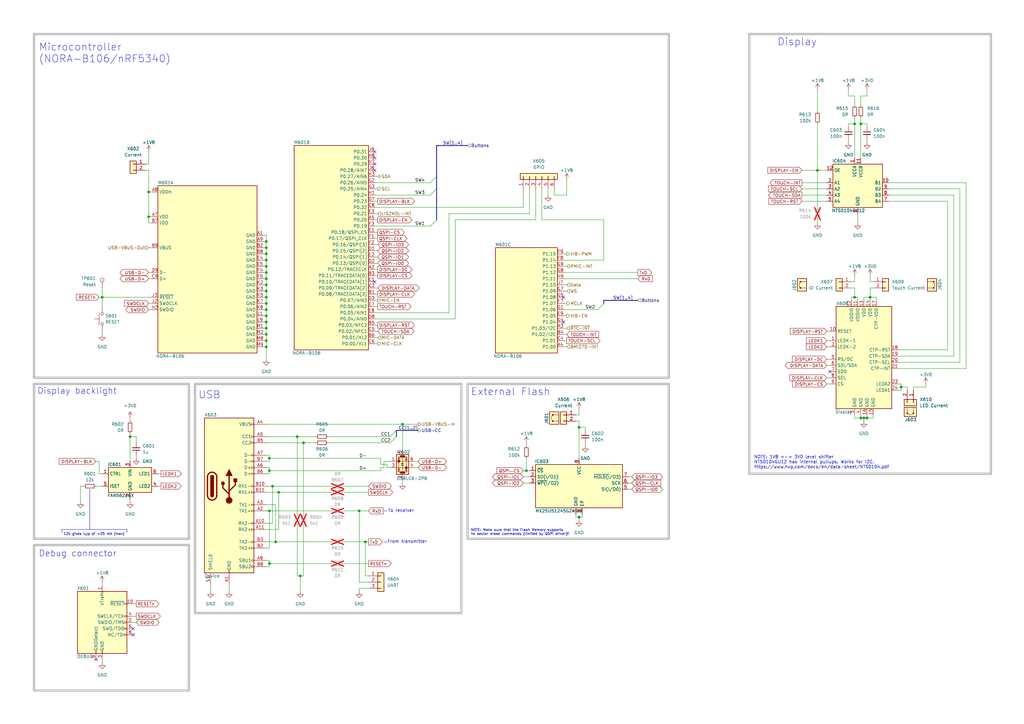
<source format=kicad_sch>
(kicad_sch (version 20250114) (generator "eeschema") (generator_version "9.0")
  (paper "A3")
  (title_block (title "MCU") (date "2025-07-13") (rev "${REVISION}") (company "${COMPANY}"))
  (text "From transmitter" (at 167.005 222.25 0) (effects (font (size 1.27 1.27))))
  (text "To receiver" (at 164.465 209.55 0) (effects (font (size 1.27 1.27))))
  (text "12k gives I_{LED} of <25 mA (max)" (at 26.035 219.71 0) (effects (font (size 1 1)) (justify left bottom)))
  (text "NOTE: Make sure that the Flash Memory supports\n4k sector erase commands (limited by QSPI driver)!" (at 193.04 219.71 0) (effects (font (size 1 1)) (justify left bottom)))
  (text "Display backlight" (at 15.24 161.925 0) (effects (font (size 2.5 2.5)) (justify left bottom)))
  (text "Display" (at 318.77 19.05 0) (effects (font (size 3 3)) (justify left bottom)))
  (text "Debug connector" (at 15.875 228.6 0) (effects (font (size 2.5 2.5)) (justify left bottom)))
  (text "USB" (at 81.28 163.83 0) (effects (font (size 3 3)) (justify left bottom)))
  (text "NOTE: 1V8 <-> 3V0 level shifter\nNTS0104GU12 has internal pullups. Works for I2C.\nhttps://www.nxp.com/docs/en/data-sheet/NTS0104.pdf" (at 309.245 192.405 0) (effects (font (size 1.27 1.27)) (justify left bottom)))
  (text "Microcontroller\n(NORA-B106/nRF5340)" (at 15.875 26.035 0) (effects (font (size 3 3)) (justify left bottom)))
  (text "External Flash" (at 193.04 162.56 0) (effects (font (size 3 3)) (justify left bottom)))
  (junction (at 109.22 124.46))
  (junction (at 109.22 109.22))
  (junction (at 124.46 181.61))
  (junction (at 109.22 101.6))
  (junction (at 109.22 132.08))
  (junction (at 110.49 187.96))
  (junction (at 109.22 116.84))
  (junction (at 215.9 193.04))
  (junction (at 109.22 114.3))
  (junction (at 109.22 139.7))
  (junction (at 147.32 209.55))
  (junction (at 350.52 121.92))
  (junction (at 109.22 111.76))
  (junction (at 53.34 179.07))
  (junction (at 113.03 222.25))
  (junction (at 109.22 142.24))
  (junction (at 353.06 50.8))
  (junction (at 111.76 199.39))
  (junction (at 109.22 106.68))
  (junction (at 109.22 119.38))
  (junction (at 121.92 179.07))
  (junction (at 109.22 129.54))
  (junction (at 109.22 99.06))
  (junction (at 109.22 121.92))
  (junction (at 149.86 222.25))
  (junction (at 165.1 173.99))
  (junction (at 350.52 50.8))
  (junction (at 123.19 236.22))
  (junction (at 109.22 137.16))
  (junction (at 41.91 121.92))
  (junction (at 369.57 158.75))
  (junction (at 354.33 171.45))
  (junction (at 110.49 231.14))
  (junction (at 355.6 171.45))
  (junction (at 60.96 78.74))
  (junction (at 109.22 134.62))
  (junction (at 335.28 69.85))
  (junction (at 237.49 175.26))
  (junction (at 353.06 171.45))
  (junction (at 110.49 209.55))
  (junction (at 109.22 127))
  (junction (at 109.22 104.14))
  (junction (at 60.96 88.9))
  (junction (at 356.87 121.92))
  (junction (at 110.49 193.04))
  (junction (at 237.49 212.09))
  (junction (at 114.3 201.93))
  (no_connect (at 340.36 152.4))
  (no_connect (at 153.67 115.57))
  (no_connect (at 153.67 67.31))
  (no_connect (at 153.67 69.85))
  (no_connect (at 153.67 62.23))
  (no_connect (at 54.61 260.35))
  (no_connect (at 231.14 121.92))
  (no_connect (at 153.67 64.77))
  (no_connect (at 39.37 270.51))
  (no_connect (at 231.14 132.08))
  (no_connect (at 54.61 257.81))
  (bus_entry (at 247.65 124.46) (size -2.54 2.54))
  (bus_entry (at 179.07 72.39) (size -2.54 2.54))
  (bus_entry (at 160.02 181.61) (size 2.54 -2.54))
  (bus_entry (at 179.07 90.17) (size -2.54 2.54))
  (bus_entry (at 160.02 179.07) (size 2.54 -2.54))
  (bus_entry (at 179.07 77.47) (size -2.54 2.54))
  (wire (pts (xy 354.33 171.45) (xy 354.33 172.72)))
  (wire (pts (xy 237.49 172.72) (xy 237.49 175.26)))
  (wire (pts (xy 41.91 199.39) (xy 39.37 199.39)))
  (wire (pts (xy 40.64 194.31) (xy 40.64 189.23)))
  (wire (pts (xy 339.09 147.32) (xy 340.36 147.32)))
  (wire (pts (xy 140.97 209.55) (xy 147.32 209.55)))
  (wire (pts (xy 55.88 179.07) (xy 55.88 181.61)))
  (wire (pts (xy 55.88 179.07) (xy 53.34 179.07)))
  (wire (pts (xy 110.49 232.41) (xy 109.22 232.41)))
  (wire (pts (xy 240.03 175.26) (xy 240.03 176.53)))
  (wire (pts (xy 55.88 186.69) (xy 55.88 187.96)))
  (wire (pts (xy 350.52 113.03) (xy 350.52 115.57)))
  (wire (pts (xy 186.69 90.17) (xy 186.69 130.81)))
  (wire (pts (xy 153.67 140.97) (xy 154.94 140.97)))
  (polyline (pts (xy 52.07 217.17) (xy 52.07 218.44)))
  (wire (pts (xy 109.22 222.25) (xy 113.03 222.25)))
  (wire (pts (xy 149.86 236.22) (xy 149.86 222.25)))
  (wire (pts (xy 353.06 48.26) (xy 353.06 50.8)))
  (wire (pts (xy 339.09 139.7) (xy 340.36 139.7)))
  (wire (pts (xy 109.22 142.24) (xy 109.22 147.32)))
  (polyline (pts (xy 274.32 13.97) (xy 13.97 13.97)) (stroke (width 1) (type solid) (color 194 194 194 1)))
  (wire (pts (xy 41.91 121.92) (xy 41.91 125.73)))
  (wire (pts (xy 391.16 80.01) (xy 391.16 146.05)))
  (wire (pts (xy 147.32 209.55) (xy 151.13 209.55)))
  (wire (pts (xy 240.03 181.61) (xy 240.03 182.88)))
  (wire (pts (xy 372.11 158.75) (xy 372.11 160.02)))
  (wire (pts (xy 109.22 99.06) (xy 109.22 101.6)))
  (wire (pts (xy 109.22 111.76) (xy 109.22 114.3)))
  (wire (pts (xy 60.96 62.23) (xy 60.96 67.31)))
  (wire (pts (xy 153.67 135.89) (xy 154.94 135.89)))
  (wire (pts (xy 121.92 179.07) (xy 121.92 210.82)))
  (wire (pts (xy 110.49 191.77) (xy 110.49 193.04)))
  (wire (pts (xy 353.06 171.45) (xy 354.33 171.45)))
  (polyline (pts (xy 274.32 154.94) (xy 13.97 154.94)) (stroke (width 1) (type solid) (color 194 194 194 1)))
  (bus (pts (xy 247.65 123.19) (xy 247.65 124.46)))
  (wire (pts (xy 153.67 113.03) (xy 154.94 113.03)))
  (wire (pts (xy 374.65 158.75) (xy 379.73 158.75)))
  (wire (pts (xy 53.34 171.45) (xy 53.34 172.72)))
  (wire (pts (xy 110.49 231.14) (xy 135.89 231.14)))
  (polyline (pts (xy 25.4 217.17) (xy 25.4 218.44)))
  (wire (pts (xy 109.22 127) (xy 109.22 129.54)))
  (wire (pts (xy 238.76 210.82) (xy 238.76 212.09)))
  (wire (pts (xy 247.65 106.68) (xy 247.65 90.17)))
  (wire (pts (xy 369.57 160.02) (xy 369.57 158.75)))
  (wire (pts (xy 140.97 231.14) (xy 151.13 231.14)))
  (wire (pts (xy 368.3 151.13) (xy 396.24 151.13)))
  (wire (pts (xy 231.14 119.38) (xy 232.41 119.38)))
  (wire (pts (xy 214.63 77.47) (xy 214.63 85.09)))
  (wire (pts (xy 350.52 170.18) (xy 350.52 171.45)))
  (wire (pts (xy 153.67 120.65) (xy 154.94 120.65)))
  (wire (pts (xy 109.22 209.55) (xy 110.49 209.55)))
  (wire (pts (xy 232.41 73.66) (xy 232.41 80.01)))
  (wire (pts (xy 231.14 137.16) (xy 232.41 137.16)))
  (wire (pts (xy 170.18 191.77) (xy 171.45 191.77)))
  (wire (pts (xy 328.93 82.55) (xy 339.09 82.55)))
  (wire (pts (xy 147.32 241.3) (xy 151.13 241.3)))
  (wire (pts (xy 153.67 100.33) (xy 154.94 100.33)))
  (wire (pts (xy 124.46 181.61) (xy 124.46 210.82)))
  (wire (pts (xy 153.67 82.55) (xy 154.94 82.55)))
  (wire (pts (xy 59.69 67.31) (xy 60.96 67.31)))
  (wire (pts (xy 111.76 214.63) (xy 111.76 199.39)))
  (wire (pts (xy 109.22 134.62) (xy 107.95 134.62)))
  (bus (pts (xy 179.07 72.39) (xy 179.07 77.47)))
  (polyline (pts (xy 38.1 217.17) (xy 25.4 217.17)))
  (wire (pts (xy 353.06 171.45) (xy 353.06 170.18)))
  (polyline (pts (xy 307.34 194.31) (xy 406.4 194.31)) (stroke (width 1) (type solid) (color 194 194 194 1)))
  (wire (pts (xy 153.67 80.01) (xy 176.53 80.01)))
  (polyline (pts (xy 36.83 200.66) (xy 36.83 207.01)))
  (wire (pts (xy 109.22 124.46) (xy 109.22 127)))
  (wire (pts (xy 109.22 173.99) (xy 165.1 173.99)))
  (wire (pts (xy 41.91 270.51) (xy 41.91 271.78)))
  (wire (pts (xy 109.22 137.16) (xy 109.22 139.7)))
  (polyline (pts (xy 274.32 157.48) (xy 274.32 220.98)) (stroke (width 1) (type solid) (color 194 194 194 1)))
  (wire (pts (xy 339.09 142.24) (xy 340.36 142.24)))
  (wire (pts (xy 151.13 236.22) (xy 149.86 236.22)))
  (polyline (pts (xy 406.4 194.31) (xy 406.4 13.97)) (stroke (width 1) (type solid) (color 194 194 194 1)))
  (wire (pts (xy 109.22 137.16) (xy 107.95 137.16)))
  (wire (pts (xy 217.17 77.47) (xy 217.17 87.63)))
  (wire (pts (xy 236.22 210.82) (xy 236.22 212.09)))
  (wire (pts (xy 39.37 189.23) (xy 40.64 189.23)))
  (wire (pts (xy 335.28 69.85) (xy 339.09 69.85)))
  (wire (pts (xy 135.89 201.93) (xy 114.3 201.93)))
  (wire (pts (xy 237.49 167.64) (xy 237.49 170.18)))
  (wire (pts (xy 165.1 196.85) (xy 165.1 198.12)))
  (wire (pts (xy 60.96 124.46) (xy 62.23 124.46)))
  (wire (pts (xy 335.28 69.85) (xy 335.28 85.09)))
  (wire (pts (xy 231.14 111.76) (xy 261.62 111.76)))
  (wire (pts (xy 214.63 198.12) (xy 217.17 198.12)))
  (wire (pts (xy 231.14 134.62) (xy 232.41 134.62)))
  (wire (pts (xy 186.69 130.81) (xy 153.67 130.81)))
  (polyline (pts (xy 191.77 157.48) (xy 191.77 220.98)) (stroke (width 1) (type solid) (color 194 194 194 1)))
  (wire (pts (xy 149.86 222.25) (xy 151.13 222.25)))
  (wire (pts (xy 237.49 175.26) (xy 240.03 175.26)))
  (wire (pts (xy 354.33 171.45) (xy 355.6 171.45)))
  (wire (pts (xy 109.22 217.17) (xy 114.3 217.17)))
  (wire (pts (xy 359.41 121.92) (xy 359.41 123.19)))
  (wire (pts (xy 53.34 204.47) (xy 53.34 205.74)))
  (wire (pts (xy 53.34 179.07) (xy 53.34 189.23)))
  (wire (pts (xy 356.87 113.03) (xy 356.87 115.57)))
  (polyline (pts (xy 80.01 157.48) (xy 189.23 157.48)) (stroke (width 1) (type solid) (color 194 194 194 1)))
  (wire (pts (xy 109.22 119.38) (xy 107.95 119.38)))
  (wire (pts (xy 217.17 87.63) (xy 184.15 87.63)))
  (wire (pts (xy 153.67 118.11) (xy 154.94 118.11)))
  (wire (pts (xy 237.49 212.09) (xy 238.76 212.09)))
  (wire (pts (xy 236.22 170.18) (xy 237.49 170.18)))
  (bus (pts (xy 191.77 59.69) (xy 179.07 59.69)))
  (wire (pts (xy 335.28 36.83) (xy 335.28 45.72)))
  (wire (pts (xy 350.52 118.11) (xy 350.52 121.92)))
  (wire (pts (xy 129.54 181.61) (xy 124.46 181.61)))
  (wire (pts (xy 60.96 111.76) (xy 62.23 111.76)))
  (wire (pts (xy 109.22 121.92) (xy 109.22 124.46)))
  (wire (pts (xy 109.22 127) (xy 107.95 127)))
  (wire (pts (xy 109.22 186.69) (xy 110.49 186.69)))
  (wire (pts (xy 219.71 90.17) (xy 186.69 90.17)))
  (polyline (pts (xy 38.1 217.17) (xy 52.07 217.17)))
  (wire (pts (xy 60.96 88.9) (xy 60.96 78.74)))
  (wire (pts (xy 54.61 247.65) (xy 55.88 247.65)))
  (wire (pts (xy 110.49 187.96) (xy 156.21 187.96)))
  (wire (pts (xy 231.14 129.54) (xy 232.41 129.54)))
  (polyline (pts (xy 77.47 157.48) (xy 77.47 220.98)) (stroke (width 1) (type solid) (color 194 194 194 1)))
  (wire (pts (xy 396.24 74.93) (xy 364.49 74.93)))
  (wire (pts (xy 231.14 114.3) (xy 261.62 114.3)))
  (polyline (pts (xy 307.34 13.97) (xy 307.34 194.31)) (stroke (width 1) (type solid) (color 194 194 194 1)))
  (polyline (pts (xy 274.32 13.97) (xy 274.32 154.94)) (stroke (width 1) (type solid) (color 194 194 194 1)))
  (wire (pts (xy 109.22 111.76) (xy 107.95 111.76)))
  (wire (pts (xy 153.67 90.17) (xy 154.94 90.17)))
  (wire (pts (xy 135.89 199.39) (xy 111.76 199.39)))
  (wire (pts (xy 328.93 69.85) (xy 335.28 69.85)))
  (wire (pts (xy 109.22 116.84) (xy 109.22 119.38)))
  (wire (pts (xy 350.52 171.45) (xy 353.06 171.45)))
  (wire (pts (xy 109.22 229.87) (xy 110.49 229.87)))
  (wire (pts (xy 109.22 191.77) (xy 110.49 191.77)))
  (wire (pts (xy 109.22 116.84) (xy 107.95 116.84)))
  (bus (pts (xy 162.56 179.07) (xy 162.56 176.53)))
  (polyline (pts (xy 274.32 157.48) (xy 191.77 157.48)) (stroke (width 1) (type solid) (color 194 194 194 1)))
  (wire (pts (xy 60.96 101.6) (xy 62.23 101.6)))
  (wire (pts (xy 393.7 77.47) (xy 393.7 148.59)))
  (wire (pts (xy 124.46 236.22) (xy 124.46 215.9)))
  (wire (pts (xy 358.14 115.57) (xy 356.87 115.57)))
  (wire (pts (xy 129.54 179.07) (xy 121.92 179.07)))
  (wire (pts (xy 153.67 97.79) (xy 154.94 97.79)))
  (wire (pts (xy 60.96 91.44) (xy 60.96 88.9)))
  (wire (pts (xy 350.52 50.8) (xy 350.52 64.77)))
  (wire (pts (xy 231.14 116.84) (xy 232.41 116.84)))
  (wire (pts (xy 147.32 241.3) (xy 147.32 242.57)))
  (wire (pts (xy 110.49 193.04) (xy 110.49 194.31)))
  (wire (pts (xy 231.14 106.68) (xy 247.65 106.68)))
  (wire (pts (xy 158.75 191.77) (xy 160.02 191.77)))
  (wire (pts (xy 237.49 175.26) (xy 237.49 187.96)))
  (polyline (pts (xy 157.48 209.55) (xy 158.75 209.55)))
  (wire (pts (xy 109.22 96.52) (xy 109.22 99.06)))
  (wire (pts (xy 156.21 187.96) (xy 156.21 190.5)))
  (wire (pts (xy 153.67 74.93) (xy 176.53 74.93)))
  (polyline (pts (xy 274.32 220.98) (xy 191.77 220.98)) (stroke (width 1) (type solid) (color 194 194 194 1)))
  (wire (pts (xy 157.48 191.77) (xy 157.48 189.23)))
  (polyline (pts (xy 13.97 223.52) (xy 77.47 223.52)) (stroke (width 1) (type solid) (color 194 194 194 1)))
  (wire (pts (xy 111.76 199.39) (xy 109.22 199.39)))
  (wire (pts (xy 151.13 238.76) (xy 147.32 238.76)))
  (wire (pts (xy 153.67 87.63) (xy 154.94 87.63)))
  (wire (pts (xy 41.91 238.76) (xy 41.91 240.03)))
  (wire (pts (xy 110.49 193.04) (xy 156.21 193.04)))
  (wire (pts (xy 109.22 194.31) (xy 110.49 194.31)))
  (wire (pts (xy 396.24 74.93) (xy 396.24 151.13)))
  (wire (pts (xy 109.22 104.14) (xy 107.95 104.14)))
  (polyline (pts (xy 189.23 157.48) (xy 189.23 251.46)) (stroke (width 1) (type solid) (color 194 194 194 1)))
  (wire (pts (xy 351.79 121.92) (xy 350.52 121.92)))
  (wire (pts (xy 109.22 119.38) (xy 109.22 121.92)))
  (wire (pts (xy 54.61 255.27) (xy 55.88 255.27)))
  (wire (pts (xy 355.6 171.45) (xy 358.14 171.45)))
  (wire (pts (xy 170.18 189.23) (xy 171.45 189.23)))
  (wire (pts (xy 109.22 96.52) (xy 107.95 96.52)))
  (wire (pts (xy 40.64 121.92) (xy 41.91 121.92)))
  (wire (pts (xy 110.49 231.14) (xy 110.49 232.41)))
  (polyline (pts (xy 77.47 157.48) (xy 13.97 157.48)) (stroke (width 1) (type solid) (color 194 194 194 1)))
  (wire (pts (xy 335.28 50.8) (xy 335.28 69.85)))
  (wire (pts (xy 215.9 193.04) (xy 217.17 193.04)))
  (wire (pts (xy 109.22 99.06) (xy 107.95 99.06)))
  (wire (pts (xy 109.22 129.54) (xy 109.22 132.08)))
  (wire (pts (xy 109.22 134.62) (xy 109.22 137.16)))
  (wire (pts (xy 110.49 229.87) (xy 110.49 231.14)))
  (wire (pts (xy 214.63 193.04) (xy 215.9 193.04)))
  (wire (pts (xy 369.57 158.75) (xy 369.57 157.48)))
  (wire (pts (xy 109.22 132.08) (xy 107.95 132.08)))
  (wire (pts (xy 64.77 199.39) (xy 66.04 199.39)))
  (wire (pts (xy 140.97 199.39) (xy 151.13 199.39)))
  (wire (pts (xy 350.52 121.92) (xy 349.25 121.92)))
  (wire (pts (xy 124.46 181.61) (xy 109.22 181.61)))
  (wire (pts (xy 388.62 82.55) (xy 388.62 143.51)))
  (wire (pts (xy 153.67 123.19) (xy 154.94 123.19)))
  (polyline (pts (xy 406.4 13.97) (xy 307.34 13.97)) (stroke (width 1) (type solid) (color 194 194 194 1)))
  (wire (pts (xy 214.63 195.58) (xy 217.17 195.58)))
  (wire (pts (xy 109.22 142.24) (xy 107.95 142.24)))
  (wire (pts (xy 231.14 127) (xy 245.11 127)))
  (wire (pts (xy 59.69 69.85) (xy 60.96 69.85)))
  (bus (pts (xy 179.07 59.69) (xy 179.07 72.39)))
  (wire (pts (xy 328.93 77.47) (xy 339.09 77.47)))
  (wire (pts (xy 328.93 74.93) (xy 339.09 74.93)))
  (wire (pts (xy 351.79 87.63) (xy 351.79 91.44)))
  (wire (pts (xy 219.71 77.47) (xy 219.71 90.17)))
  (wire (pts (xy 109.22 207.01) (xy 113.03 207.01)))
  (wire (pts (xy 54.61 252.73) (xy 55.88 252.73)))
  (wire (pts (xy 328.93 80.01) (xy 339.09 80.01)))
  (wire (pts (xy 165.1 173.99) (xy 165.1 184.15)))
  (wire (pts (xy 347.98 52.07) (xy 347.98 50.8)))
  (wire (pts (xy 109.22 114.3) (xy 109.22 116.84)))
  (wire (pts (xy 339.09 135.89) (xy 340.36 135.89)))
  (wire (pts (xy 351.79 121.92) (xy 351.79 123.19)))
  (wire (pts (xy 231.14 124.46) (xy 232.41 124.46)))
  (polyline (pts (xy 77.47 220.98) (xy 13.97 220.98)) (stroke (width 1) (type solid) (color 194 194 194 1)))
  (wire (pts (xy 350.52 39.37) (xy 350.52 43.18)))
  (wire (pts (xy 350.52 48.26) (xy 350.52 50.8)))
  (wire (pts (xy 231.14 142.24) (xy 232.41 142.24)))
  (wire (pts (xy 374.65 160.02) (xy 374.65 158.75)))
  (wire (pts (xy 153.67 102.87) (xy 154.94 102.87)))
  (wire (pts (xy 109.22 139.7) (xy 107.95 139.7)))
  (wire (pts (xy 356.87 121.92) (xy 359.41 121.92)))
  (wire (pts (xy 124.46 236.22) (xy 123.19 236.22)))
  (wire (pts (xy 109.22 109.22) (xy 109.22 111.76)))
  (wire (pts (xy 34.29 199.39) (xy 33.02 199.39)))
  (wire (pts (xy 123.19 236.22) (xy 123.19 242.57)))
  (wire (pts (xy 355.6 36.83) (xy 355.6 39.37)))
  (wire (pts (xy 184.15 87.63) (xy 184.15 128.27)))
  (wire (pts (xy 41.91 121.92) (xy 62.23 121.92)))
  (wire (pts (xy 224.79 77.47) (xy 224.79 80.01)))
  (wire (pts (xy 121.92 179.07) (xy 109.22 179.07)))
  (wire (pts (xy 114.3 201.93) (xy 114.3 217.17)))
  (wire (pts (xy 113.03 222.25) (xy 135.89 222.25)))
  (wire (pts (xy 134.62 181.61) (xy 160.02 181.61)))
  (bus (pts (xy 162.56 176.53) (xy 171.45 176.53)))
  (wire (pts (xy 355.6 52.07) (xy 355.6 50.8)))
  (wire (pts (xy 379.73 158.75) (xy 379.73 157.48)))
  (wire (pts (xy 33.02 199.39) (xy 33.02 205.74)))
  (polyline (pts (xy 13.97 157.48) (xy 13.97 220.98)) (stroke (width 1) (type solid) (color 194 194 194 1)))
  (wire (pts (xy 109.22 214.63) (xy 111.76 214.63)))
  (wire (pts (xy 109.22 139.7) (xy 109.22 142.24)))
  (wire (pts (xy 364.49 82.55) (xy 388.62 82.55)))
  (wire (pts (xy 140.97 222.25) (xy 149.86 222.25)))
  (wire (pts (xy 153.67 95.25) (xy 154.94 95.25)))
  (bus (pts (xy 179.07 77.47) (xy 179.07 90.17)))
  (wire (pts (xy 339.09 154.94) (xy 340.36 154.94)))
  (wire (pts (xy 153.67 105.41) (xy 154.94 105.41)))
  (wire (pts (xy 41.91 194.31) (xy 40.64 194.31)))
  (polyline (pts (xy 80.01 251.46) (xy 189.23 251.46)) (stroke (width 1) (type solid) (color 194 194 194 1)))
  (wire (pts (xy 109.22 121.92) (xy 107.95 121.92)))
  (wire (pts (xy 109.22 106.68) (xy 107.95 106.68)))
  (wire (pts (xy 134.62 179.07) (xy 160.02 179.07)))
  (wire (pts (xy 109.22 132.08) (xy 109.22 134.62)))
  (wire (pts (xy 354.33 121.92) (xy 356.87 121.92)))
  (wire (pts (xy 109.22 101.6) (xy 109.22 104.14)))
  (polyline (pts (xy 13.97 13.97) (xy 13.97 154.94)) (stroke (width 1) (type solid) (color 194 194 194 1)))
  (wire (pts (xy 153.67 77.47) (xy 154.94 77.47)))
  (wire (pts (xy 60.96 114.3) (xy 62.23 114.3)))
  (wire (pts (xy 113.03 207.01) (xy 113.03 222.25)))
  (wire (pts (xy 368.3 157.48) (xy 369.57 157.48)))
  (wire (pts (xy 153.67 107.95) (xy 154.94 107.95)))
  (wire (pts (xy 60.96 69.85) (xy 60.96 78.74)))
  (wire (pts (xy 93.98 240.03) (xy 93.98 242.57)))
  (wire (pts (xy 247.65 90.17) (xy 222.25 90.17)))
  (wire (pts (xy 86.36 240.03) (xy 86.36 242.57)))
  (wire (pts (xy 231.14 109.22) (xy 232.41 109.22)))
  (wire (pts (xy 358.14 171.45) (xy 358.14 170.18)))
  (wire (pts (xy 347.98 57.15) (xy 347.98 58.42)))
  (wire (pts (xy 153.67 125.73) (xy 154.94 125.73)))
  (wire (pts (xy 368.3 146.05) (xy 391.16 146.05)))
  (wire (pts (xy 156.21 191.77) (xy 156.21 193.04)))
  (wire (pts (xy 110.49 224.79) (xy 110.49 209.55)))
  (wire (pts (xy 347.98 50.8) (xy 350.52 50.8)))
  (wire (pts (xy 109.22 106.68) (xy 109.22 109.22)))
  (wire (pts (xy 109.22 129.54) (xy 107.95 129.54)))
  (wire (pts (xy 109.22 114.3) (xy 107.95 114.3)))
  (wire (pts (xy 237.49 212.09) (xy 237.49 213.36)))
  (wire (pts (xy 140.97 201.93) (xy 151.13 201.93)))
  (bus (pts (xy 261.62 123.19) (xy 247.65 123.19)))
  (polyline (pts (xy 13.97 283.21) (xy 77.47 283.21)) (stroke (width 1) (type solid) (color 194 194 194 1)))
  (wire (pts (xy 147.32 238.76) (xy 147.32 209.55)))
  (wire (pts (xy 41.91 118.11) (xy 41.91 121.92)))
  (wire (pts (xy 257.81 198.12) (xy 259.08 198.12)))
  (wire (pts (xy 349.25 115.57) (xy 350.52 115.57)))
  (wire (pts (xy 356.87 118.11) (xy 356.87 121.92)))
  (wire (pts (xy 156.21 190.5) (xy 158.75 190.5)))
  (wire (pts (xy 358.14 118.11) (xy 356.87 118.11)))
  (polyline (pts (xy 77.47 223.52) (xy 77.47 283.21)) (stroke (width 1) (type solid) (color 194 194 194 1)))
  (wire (pts (xy 110.49 186.69) (xy 110.49 187.96)))
  (wire (pts (xy 231.14 104.14) (xy 232.41 104.14)))
  (wire (pts (xy 215.9 187.96) (xy 215.9 193.04)))
  (wire (pts (xy 364.49 80.01) (xy 391.16 80.01)))
  (wire (pts (xy 227.33 80.01) (xy 227.33 77.47)))
  (wire (pts (xy 232.41 80.01) (xy 227.33 80.01)))
  (polyline (pts (xy 36.83 207.01) (xy 36.83 217.17)))
  (wire (pts (xy 257.81 195.58) (xy 259.08 195.58)))
  (wire (pts (xy 364.49 77.47) (xy 393.7 77.47)))
  (wire (pts (xy 165.1 173.99) (xy 171.45 173.99)))
  (wire (pts (xy 153.67 72.39) (xy 154.94 72.39)))
  (wire (pts (xy 110.49 209.55) (xy 135.89 209.55)))
  (wire (pts (xy 347.98 36.83) (xy 347.98 39.37)))
  (polyline (pts (xy 13.97 223.52) (xy 13.97 283.21)) (stroke (width 1) (type solid) (color 194 194 194 1)))
  (wire (pts (xy 60.96 78.74) (xy 62.23 78.74)))
  (wire (pts (xy 153.67 85.09) (xy 214.63 85.09)))
  (wire (pts (xy 339.09 149.86) (xy 340.36 149.86)))
  (wire (pts (xy 368.3 143.51) (xy 388.62 143.51)))
  (wire (pts (xy 231.14 139.7) (xy 232.41 139.7)))
  (wire (pts (xy 353.06 43.18) (xy 353.06 39.37)))
  (wire (pts (xy 64.77 194.31) (xy 66.04 194.31)))
  (wire (pts (xy 114.3 201.93) (xy 109.22 201.93)))
  (wire (pts (xy 355.6 50.8) (xy 353.06 50.8)))
  (wire (pts (xy 121.92 215.9) (xy 121.92 236.22)))
  (wire (pts (xy 109.22 189.23) (xy 110.49 189.23)))
  (wire (pts (xy 109.22 124.46) (xy 107.95 124.46)))
  (wire (pts (xy 356.87 121.92) (xy 356.87 123.19)))
  (wire (pts (xy 353.06 50.8) (xy 353.06 64.77)))
  (polyline (pts (xy 80.01 157.48) (xy 80.01 251.46)) (stroke (width 1) (type solid) (color 194 194 194 1)))
  (wire (pts (xy 355.6 171.45) (xy 355.6 170.18)))
  (wire (pts (xy 60.96 127) (xy 62.23 127)))
  (wire (pts (xy 257.81 200.66) (xy 259.08 200.66)))
  (wire (pts (xy 158.75 190.5) (xy 158.75 191.77)))
  (wire (pts (xy 354.33 123.19) (xy 354.33 121.92)))
  (wire (pts (xy 153.67 138.43) (xy 154.94 138.43)))
  (wire (pts (xy 369.57 158.75) (xy 372.11 158.75)))
  (wire (pts (xy 153.67 92.71) (xy 176.53 92.71)))
  (wire (pts (xy 60.96 88.9) (xy 62.23 88.9)))
  (wire (pts (xy 153.67 133.35) (xy 154.94 133.35)))
  (wire (pts (xy 110.49 187.96) (xy 110.49 189.23)))
  (wire (pts (xy 339.09 157.48) (xy 340.36 157.48)))
  (wire (pts (xy 335.28 90.17) (xy 335.28 91.44)))
  (wire (pts (xy 62.23 91.44) (xy 60.96 91.44)))
  (wire (pts (xy 153.67 110.49) (xy 154.94 110.49)))
  (wire (pts (xy 215.9 181.61) (xy 215.9 182.88)))
  (wire (pts (xy 109.22 109.22) (xy 107.95 109.22)))
  (wire (pts (xy 368.3 160.02) (xy 369.57 160.02)))
  (wire (pts (xy 236.22 212.09) (xy 237.49 212.09)))
  (wire (pts (xy 41.91 135.89) (xy 41.91 137.16)))
  (wire (pts (xy 156.21 191.77) (xy 157.48 191.77)))
  (wire (pts (xy 157.48 189.23) (xy 160.02 189.23)))
  (wire (pts (xy 153.67 128.27) (xy 184.15 128.27)))
  (wire (pts (xy 353.06 39.37) (xy 355.6 39.37)))
  (wire (pts (xy 222.25 77.47) (xy 222.25 90.17)))
  (polyline (pts (xy 157.48 222.25) (xy 158.75 222.25)))
  (wire (pts (xy 347.98 39.37) (xy 350.52 39.37)))
  (wire (pts (xy 236.22 172.72) (xy 237.49 172.72)))
  (wire (pts (xy 109.22 224.79) (xy 110.49 224.79)))
  (wire (pts (xy 349.25 118.11) (xy 350.52 118.11)))
  (wire (pts (xy 109.22 101.6) (xy 107.95 101.6)))
  (wire (pts (xy 53.34 177.8) (xy 53.34 179.07)))
  (wire (pts (xy 355.6 57.15) (xy 355.6 58.42)))
  (wire (pts (xy 393.7 148.59) (xy 368.3 148.59)))
  (wire (pts (xy 349.25 121.92) (xy 349.25 123.19)))
  (wire (pts (xy 121.92 236.22) (xy 123.19 236.22)))
  (wire (pts (xy 109.22 104.14) (xy 109.22 106.68)))
  (label "CC[1..2]" (at 171.45 176.53 180))
  (label "SW1" (at 170.18 92.71 0))
  (label "CC2" (at 156.21 181.61 0))
  (label "SW4" (at 170.18 74.93 0))
  (label "SW2" (at 240.03 127 0))
  (label "SW[1..4]" (at 251.46 123.19 0))
  (label "SW3" (at 170.18 80.01 0))
  (label "D-" (at 147.32 187.96 0))
  (label "CC1" (at 156.21 179.07 0))
  (label "SW[1..4]" (at 181.61 59.69 0))
  (label "D+" (at 147.32 193.04 0))
  (global_label "QSPI-CLK" (shape output) (at 154.94 97.79 0) (property "Intersheetrefs" "${INTERSHEET_REFS}" (effects (hide yes))))
  (global_label "DISPLAY-RST" (shape output) (at 154.94 133.35 0) (property "Intersheetrefs" "${INTERSHEET_REFS}" (effects (hide yes))))
  (global_label "SWDCLK" (shape output) (at 151.13 201.93 0) (property "Intersheetrefs" "${INTERSHEET_REFS}" (effects (hide yes))))
  (global_label "SWDCLK" (shape input) (at 60.96 124.46 180) (property "Intersheetrefs" "${INTERSHEET_REFS}" (effects (hide yes))))
  (global_label "USB-D+" (shape bidirectional) (at 171.45 189.23 0) (property "Intersheetrefs" "${INTERSHEET_REFS}" (effects (hide yes))))
  (global_label "TxD" (shape output) (at 151.13 222.25 0) (property "Intersheetrefs" "${INTERSHEET_REFS}" (effects (hide yes))))
  (global_label "QSPI-CS" (shape output) (at 154.94 95.25 0) (property "Intersheetrefs" "${INTERSHEET_REFS}" (effects (hide yes))))
  (global_label "QSPI-IO0" (shape bidirectional) (at 259.08 200.66 0) (property "Intersheetrefs" "${INTERSHEET_REFS}" (effects (hide yes))))
  (global_label "TOUCH-SDA" (shape bidirectional) (at 154.94 135.89 0) (property "Intersheetrefs" "${INTERSHEET_REFS}" (effects (hide yes))))
  (global_label "LEDK2" (shape output) (at 66.04 199.39 0) (property "Intersheetrefs" "${INTERSHEET_REFS}" (effects (hide yes))))
  (global_label "TOUCH-RST" (shape output) (at 154.94 125.73 0) (property "Intersheetrefs" "${INTERSHEET_REFS}" (effects (hide yes))))
  (global_label "SWDIO" (shape bidirectional) (at 151.13 199.39 0) (property "Intersheetrefs" "${INTERSHEET_REFS}" (effects (hide yes))))
  (global_label "RESETn" (shape input) (at 40.64 121.92 180) (property "Intersheetrefs" "${INTERSHEET_REFS}" (effects (hide yes))))
  (global_label "SWDIO" (shape bidirectional) (at 55.88 255.27 0) (property "Intersheetrefs" "${INTERSHEET_REFS}" (effects (hide yes))))
  (global_label "LEDK1" (shape output) (at 66.04 194.31 0) (property "Intersheetrefs" "${INTERSHEET_REFS}" (effects (hide yes))))
  (global_label "SWDIO" (shape bidirectional) (at 60.96 127 180) (property "Intersheetrefs" "${INTERSHEET_REFS}" (effects (hide yes))))
  (global_label "QSPI-IO0" (shape bidirectional) (at 154.94 107.95 0) (property "Intersheetrefs" "${INTERSHEET_REFS}" (effects (hide yes))))
  (global_label "QSPI-IO3" (shape bidirectional) (at 154.94 100.33 0) (property "Intersheetrefs" "${INTERSHEET_REFS}" (effects (hide yes))))
  (global_label "QSPI-IO1" (shape bidirectional) (at 214.63 195.58 180) (property "Intersheetrefs" "${INTERSHEET_REFS}" (effects (hide yes))))
  (global_label "QSPI-IO1" (shape bidirectional) (at 154.94 105.41 0) (property "Intersheetrefs" "${INTERSHEET_REFS}" (effects (hide yes))))
  (global_label "DISPLAY-BLK" (shape input) (at 39.37 189.23 180) (property "Intersheetrefs" "${INTERSHEET_REFS}" (effects (hide yes))))
  (global_label "DISPLAY-CLK" (shape input) (at 339.09 154.94 180) (property "Intersheetrefs" "${INTERSHEET_REFS}" (effects (hide yes))))
  (global_label "DISPLAY-DATA" (shape bidirectional) (at 339.09 149.86 180) (property "Intersheetrefs" "${INTERSHEET_REFS}" (effects (hide yes))))
  (global_label "TOUCH-INT" (shape output) (at 328.93 74.93 180) (property "Intersheetrefs" "${INTERSHEET_REFS}" (effects (hide yes))))
  (global_label "QSPI-CLK" (shape input) (at 259.08 198.12 0) (property "Intersheetrefs" "${INTERSHEET_REFS}" (effects (hide yes))))
  (global_label "DISPLAY-DATA" (shape bidirectional) (at 154.94 118.11 0) (property "Intersheetrefs" "${INTERSHEET_REFS}" (effects (hide yes))))
  (global_label "DISPLAY-DC" (shape output) (at 154.94 110.49 0) (property "Intersheetrefs" "${INTERSHEET_REFS}" (effects (hide yes))))
  (global_label "TOUCH-INT" (shape input) (at 232.41 137.16 0) (property "Intersheetrefs" "${INTERSHEET_REFS}" (effects (hide yes))))
  (global_label "TOUCH-SCL" (shape output) (at 232.41 139.7 0) (property "Intersheetrefs" "${INTERSHEET_REFS}" (effects (hide yes))))
  (global_label "QSPI-IO3" (shape bidirectional) (at 259.08 195.58 0) (property "Intersheetrefs" "${INTERSHEET_REFS}" (effects (hide yes))))
  (global_label "TOUCH-RST" (shape input) (at 328.93 82.55 180) (property "Intersheetrefs" "${INTERSHEET_REFS}" (effects (hide yes))))
  (global_label "QSPI-IO2" (shape bidirectional) (at 154.94 102.87 0) (property "Intersheetrefs" "${INTERSHEET_REFS}" (effects (hide yes))))
  (global_label "LEDK2" (shape input) (at 339.09 142.24 180) (property "Intersheetrefs" "${INTERSHEET_REFS}" (effects (hide yes))))
  (global_label "DISPLAY-BLK" (shape output) (at 154.94 82.55 0) (property "Intersheetrefs" "${INTERSHEET_REFS}" (effects (hide yes))))
  (global_label "RxD" (shape input) (at 261.62 114.3 0) (property "Intersheetrefs" "${INTERSHEET_REFS}" (effects (hide yes))))
  (global_label "DISPLAY-CLK" (shape output) (at 154.94 120.65 0) (property "Intersheetrefs" "${INTERSHEET_REFS}" (effects (hide yes))))
  (global_label "RESETn" (shape output) (at 151.13 231.14 0) (property "Intersheetrefs" "${INTERSHEET_REFS}" (effects (hide yes))))
  (global_label "USB-D-" (shape bidirectional) (at 60.96 111.76 180) (property "Intersheetrefs" "${INTERSHEET_REFS}" (effects (hide yes))))
  (global_label "USB-D+" (shape bidirectional) (at 60.96 114.3 180) (property "Intersheetrefs" "${INTERSHEET_REFS}" (effects (hide yes))))
  (global_label "TOUCH-SCL" (shape input) (at 328.93 77.47 180) (property "Intersheetrefs" "${INTERSHEET_REFS}" (effects (hide yes))))
  (global_label "TOUCH-SDA" (shape output) (at 328.93 80.01 180) (property "Intersheetrefs" "${INTERSHEET_REFS}" (effects (hide yes))))
  (global_label "DISPLAY-CS" (shape input) (at 339.09 157.48 180) (property "Intersheetrefs" "${INTERSHEET_REFS}" (effects (hide yes))))
  (global_label "QSPI-IO2" (shape bidirectional) (at 214.63 198.12 180) (property "Intersheetrefs" "${INTERSHEET_REFS}" (effects (hide yes))))
  (global_label "LEDK1" (shape input) (at 339.09 139.7 180) (property "Intersheetrefs" "${INTERSHEET_REFS}" (effects (hide yes))))
  (global_label "SWDCLK" (shape output) (at 55.88 252.73 0) (property "Intersheetrefs" "${INTERSHEET_REFS}" (effects (hide yes))))
  (global_label "QSPI-CS" (shape input) (at 214.63 193.04 180) (property "Intersheetrefs" "${INTERSHEET_REFS}" (effects (hide yes))))
  (global_label "USB-D-" (shape bidirectional) (at 171.45 191.77 0) (property "Intersheetrefs" "${INTERSHEET_REFS}" (effects (hide yes))))
  (global_label "DISPLAY-CS" (shape output) (at 154.94 113.03 0) (property "Intersheetrefs" "${INTERSHEET_REFS}" (effects (hide yes))))
  (global_label "DISPLAY-DC" (shape input) (at 339.09 147.32 180) (property "Intersheetrefs" "${INTERSHEET_REFS}" (effects (hide yes))))
  (global_label "RxD" (shape input) (at 151.13 209.55 0) (property "Intersheetrefs" "${INTERSHEET_REFS}" (effects (hide yes))))
  (global_label "TxD" (shape output) (at 261.62 111.76 0) (property "Intersheetrefs" "${INTERSHEET_REFS}" (effects (hide yes))))
  (global_label "DISPLAY-EN" (shape output) (at 154.94 90.17 0) (property "Intersheetrefs" "${INTERSHEET_REFS}" (effects (hide yes))))
  (global_label "RESETn" (shape output) (at 55.88 247.65 0) (property "Intersheetrefs" "${INTERSHEET_REFS}" (effects (hide yes))))
  (global_label "DISPLAY-RST" (shape input) (at 339.09 135.89 180) (property "Intersheetrefs" "${INTERSHEET_REFS}" (effects (hide yes))))
  (global_label "DISPLAY-EN" (shape input) (at 328.93 69.85 180) (property "Intersheetrefs" "${INTERSHEET_REFS}" (effects (hide yes))))
  (hierarchical_label "PMIC-INT" (shape input) (at 232.41 109.22 0))
  (hierarchical_label "Buttons" (shape input) (at 191.77 59.69 0))
  (hierarchical_label "USB-CC" (shape output) (at 171.45 176.53 0))
  (hierarchical_label "Buttons" (shape input) (at 261.62 123.19 0))
  (hierarchical_label "MIC-DATA" (shape input) (at 154.94 138.43 0))
  (hierarchical_label "USB-VBUS-In" (shape output) (at 171.45 173.99 0))
  (hierarchical_label "Data" (shape input) (at 232.41 116.84 0))
  (hierarchical_label "MIC-EN" (shape output) (at 154.94 123.19 0))
  (hierarchical_label "WS" (shape input) (at 232.41 119.38 0))
  (hierarchical_label "~{RTC-INT}" (shape input) (at 232.41 134.62 0))
  (hierarchical_label "USB-VBUS-Out" (shape input) (at 60.96 101.6 180))
  (hierarchical_label "SCL" (shape output) (at 154.94 77.47 0))
  (hierarchical_label "MCLK" (shape output) (at 232.41 124.46 0))
  (hierarchical_label "BMI270-INT" (shape input) (at 232.41 142.24 0))
  (hierarchical_label "MIC-CLK" (shape output) (at 154.94 140.97 0))
  (hierarchical_label "SDA" (shape bidirectional) (at 154.94 72.39 0))
  (hierarchical_label "LIS2MDL-INT" (shape input) (at 154.94 87.63 0))
  (hierarchical_label "VIB-EN" (shape output) (at 232.41 129.54 0))
  (hierarchical_label "VIB-PWM" (shape output) (at 232.41 104.14 0))
  (symbol (lib_id "power:GND") (at 55.88 187.96 0) (unit 1)
    (property "Reference" "#PWR0607" (effects (hide yes)))
    (property "Value" "GND" (at 58.42 189.23 0) (effects (justify left)))
    (property "Description" "Power symbol creates a global label with name \"GND\" , ground" (effects (hide yes)))
  )
  (symbol (lib_id "Connector:Conn_ARM_JTAG_SWD_10") (at 41.91 255.27 0) (unit 1)
    (property "Reference" "X601" (at 36.576 241.3 0) (effects (justify right)))
    (property "Value" "DEBUG" (at 38.1 269.24 0) (effects (justify right)))
    (property "Footprint" "Samtec:SHF-105-01-L-D-SM-TR" (effects (hide yes)))
    (property "Datasheet" "http://infocenter.arm.com/help/topic/com.arm.doc.ddi0314h/DDI0314H_coresight_components_trm.pdf" (effects (hide yes)))
    (property "Description" "Cortex Debug Connector, standard ARM Cortex-M SWD and JTAG interface" (effects (hide yes)))
    (property "manf" "Wurth Elektronik" (effects (hide yes)))
    (property "manf#" "623310235521" (effects (hide yes)))
    (property "mouser#" "710-623310235521" (effects (hide yes)))
  )
  (symbol (lib_id "Connector_Generic:Conn_01x02") (at 54.61 67.31 0) (mirror y) (unit 1)
    (property "Reference" "X602" (at 54.61 60.96 0))
    (property "Value" "Current" (at 54.61 63.5 0))
    (property "Footprint" "Connector_PinHeader_2.54mm:PinHeader_1x02_P2.54mm_Vertical" (effects (hide yes)))
    (property "Datasheet" "https://cdn.amphenol-cs.com/media/wysiwyg/files/documentation/datasheet/boardwiretoboard/bwb_econostik_254headers.pdf" (effects (hide yes)))
    (property "Description" "Generic connector, single row, 01x02, script generated (kicad-library-utils/schlib/autogen/connector/)" (effects (hide yes)))
    (property "manf" "Amphenol FCI" (effects (hide yes)))
    (property "manf#" "77311-818-02LF" (effects (hide yes)))
    (property "mouser#" "649-77311-818-02LF" (effects (hide yes)))
  )
  (symbol (lib_id "power:GND") (at 86.36 242.57 0) (unit 1)
    (property "Reference" "#PWR0609" (effects (hide yes)))
    (property "Value" "GND" (at 86.36 247.65 0))
  )
  (symbol (lib_id "power:GND") (at 41.91 137.16 0) (unit 1)
    (property "Reference" "#PWR0602" (effects (hide yes)))
    (property "Value" "GND" (at 41.91 142.24 0))
  )
  (symbol (lib_id "power:+1V8") (at 215.9 181.61 0) (unit 1)
    (property "Reference" "#PWR0616" (effects (hide yes)))
    (property "Value" "+1V8" (at 215.9 177.8 0))
  )
  (symbol (lib_id "power:+1V8") (at 60.96 62.23 0) (unit 1)
    (property "Reference" "#PWR0608" (effects (hide yes)))
    (property "Value" "+1V8" (at 60.96 58.42 0))
  )
  (symbol (lib_id "power:GND") (at 354.33 172.72 0) (unit 1)
    (property "Reference" "#PWR0627" (effects (hide yes)))
    (property "Value" "GND" (at 354.33 177.8 0))
  )
  (symbol (lib_id "power:+1V8") (at 232.41 73.66 0) (unit 1)
    (property "Reference" "#PWR0617" (effects (hide yes)))
    (property "Value" "+1V8" (at 232.41 69.85 0))
  )
  (symbol (lib_id "Power_Protection:USBLC6-2P6") (at 165.1 189.23 0) (unit 1)
    (property "Reference" "IC602" (at 162.56 185.42 0) (effects (justify left)))
    (property "Value" "USBLC6-2P6" (at 162.56 196.215 0) (effects (justify left)))
    (property "Footprint" "Package_TO_SOT_SMD:SOT-666" (effects (hide yes)))
    (property "Datasheet" "https://www.st.com/resource/en/datasheet/usblc6-2.pdf" (effects (hide yes)))
    (property "Description" "Very low capacitance ESD protection diode, 2 data-line, SOT-666" (effects (hide yes)))
    (property "manf" "STMicroelectronics" (effects (hide yes)))
    (property "manf#" "USBLC6-2P6" (effects (hide yes)))
    (property "mouser#" "511-USBLC6-2P6" (effects (hide yes)))
  )
  (symbol (lib_id "power:GND") (at 165.1 198.12 0) (unit 1)
    (property "Reference" "#PWR0614" (effects (hide yes)))
    (property "Value" "GND" (effects (hide yes)))
  )
  (symbol (lib_id "Device:R_Small") (at 138.43 201.93 270) (mirror x) (unit 1) (in_bom no) (dnp yes)
    (property "Reference" "R608" (at 138.43 204.47 90))
    (property "Value" "0R" (at 138.43 207.01 90))
    (property "Footprint" "Resistor_SMD:R_0805_2012Metric" (effects (hide yes)))
    (property "Datasheet" "https://www.mouser.de/datasheet/2/54/cr-1858361.pdf" (effects (hide yes)))
    (property "manf" "Bourns" (effects (hide yes)))
    (property "manf#" "CR0805-J/-000ELF" (effects (hide yes)))
    (property "mouser#" "652-CR0805-J/-000ELF" (effects (hide yes)))
  )
  (symbol (lib_id "uBlox:NORA-B106") (at 86.36 110.49 0) (unit 1)
    (property "Reference" "M601" (at 67.945 74.93 0))
    (property "Value" "NORA-B106" (at 69.85 146.05 0))
    (property "Footprint" "uBlox:NORA-B106" (effects (hide yes)))
    (property "Datasheet" "https://www.u-blox.com/docs/UBX-20027119" (effects (hide yes)))
    (property "manf" "u-blox" (effects (hide yes)))
    (property "manf#" "NORA-B106-00B" (effects (hide yes)))
    (property "mouser#" "377-NORA-B106-00B" (effects (hide yes)))
  )
  (symbol (lib_id "Device:R_Small") (at 138.43 231.14 270) (mirror x) (unit 1) (in_bom no) (dnp yes)
    (property "Reference" "R611" (at 138.43 233.68 90))
    (property "Value" "0R" (at 138.43 236.22 90))
    (property "Footprint" "Resistor_SMD:R_0805_2012Metric" (effects (hide yes)))
    (property "Datasheet" "https://www.mouser.de/datasheet/2/54/cr-1858361.pdf" (effects (hide yes)))
    (property "manf" "Bourns" (effects (hide yes)))
    (property "manf#" "CR0805-J/-000ELF" (effects (hide yes)))
    (property "mouser#" "652-CR0805-J/-000ELF" (effects (hide yes)))
  )
  (symbol (lib_id "Device:R_Small") (at 215.9 185.42 0) (unit 1)
    (property "Reference" "R612" (at 213.36 184.1499 0) (effects (justify right)))
    (property "Value" "100k" (at 213.36 186.6899 0) (effects (justify right)))
    (property "Footprint" "Resistor_SMD:R_0402_1005Metric" (effects (hide yes)))
    (property "Datasheet" "https://www.mouser.de/datasheet/2/447/YAGEO_PYu_RC_Group_51_RoHS_L_12-3313492.pdf" (effects (hide yes)))
    (property "manf" "YAGEO" (effects (hide yes)))
    (property "manf#" "RC0404FR-07100KL" (effects (hide yes)))
    (property "mouser#" "603-RC0404FR-07100KL" (effects (hide yes)))
  )
  (symbol (lib_id "Misc:Jumper") (at 373.38 168.91 90) (unit 1) (on_board no)
    (property "Reference" "J603" (at 375.92 172.085 90) (effects (justify left)))
    (property "Value" "Jumper" (effects (hide yes)))
    (property "Datasheet" "https://www.we-online.com/katalog/datasheet/60900213421.pdf" (effects (hide yes)))
    (property "Description" "Generic jumper cap" (effects (hide yes)))
    (property "manf" " Würth Elektronik" (effects (hide yes)))
    (property "manf#" "60900213421" (effects (hide yes)))
    (property "mouser#" "710-60900213421" (effects (hide yes)))
  )
  (symbol (lib_id "power:+1V8") (at 41.91 238.76 0) (unit 1)
    (property "Reference" "#PWR0603" (effects (hide yes)))
    (property "Value" "+1V8" (at 41.91 234.95 0))
  )
  (symbol (lib_id "NXP:NTS0104GU12 (XQFN12)") (at 351.79 76.2 0) (unit 1)
    (property "Reference" "IC604" (at 344.17 66.04 0))
    (property "Value" "NTS0104GU12" (at 347.98 86.36 0))
    (property "Footprint" "Package_QFN:XQFN-12-1.7x2mm_P0.4mm" (effects (hide yes)))
    (property "Datasheet" "https://www.nxp.com/docs/en/data-sheet/NTS0104.pdf" (effects (hide yes)))
    (property "manf" "NXP Semiconductors" (effects (hide yes)))
    (property "manf#" "NTS0104GU12,115" (effects (hide yes)))
    (property "mouser#" "771-NTS0104GU12115" (effects (hide yes)))
  )
  (symbol (lib_id "Connector_Generic:Conn_01x02") (at 231.14 170.18 0) (mirror y) (unit 1)
    (property "Reference" "X606" (at 231.14 163.83 0))
    (property "Value" "Current" (at 231.14 166.37 0))
    (property "Footprint" "Connector_PinHeader_2.54mm:PinHeader_1x02_P2.54mm_Vertical" (effects (hide yes)))
    (property "Datasheet" "https://cdn.amphenol-cs.com/media/wysiwyg/files/documentation/datasheet/boardwiretoboard/bwb_econostik_254headers.pdf" (effects (hide yes)))
    (property "Description" "Generic connector, single row, 01x02, script generated (kicad-library-utils/schlib/autogen/connector/)" (effects (hide yes)))
    (property "manf" "Amphenol FCI" (effects (hide yes)))
    (property "manf#" "77311-818-02LF" (effects (hide yes)))
    (property "mouser#" "649-77311-818-02LF" (effects (hide yes)))
  )
  (symbol (lib_id "Connector_Generic:Conn_01x03") (at 156.21 238.76 0) (unit 1)
    (property "Reference" "X604" (at 158.75 237.4899 0) (effects (justify left)))
    (property "Value" "UART" (at 158.75 240.0299 0) (effects (justify left)))
    (property "Footprint" "Connector_PinHeader_2.54mm:PinHeader_1x03_P2.54mm_Vertical" (effects (hide yes)))
    (property "Datasheet" "https://cdn.amphenol-cs.com/media/wysiwyg/files/documentation/datasheet/boardwiretoboard/bwb_econostik_254headers.pdf" (effects (hide yes)))
    (property "Description" "Generic connector, single row, 01x03, script generated (kicad-library-utils/schlib/autogen/connector/)" (effects (hide yes)))
    (property "manf" "Amphenol FCI" (effects (hide yes)))
    (property "manf#" "77311-818-03LF" (effects (hide yes)))
    (property "mouser#" "649-77311-818-03LF" (effects (hide yes)))
  )
  (symbol (lib_id "Device:R_Small") (at 132.08 179.07 90) (mirror x) (unit 1)
    (property "Reference" "R605" (at 132.08 173.99 90))
    (property "Value" "0R" (at 132.08 176.53 90))
    (property "Footprint" "Resistor_SMD:R_0805_2012Metric" (effects (hide yes)))
    (property "Datasheet" "https://www.mouser.de/datasheet/2/54/cr-1858361.pdf" (effects (hide yes)))
    (property "manf" "Bourns" (effects (hide yes)))
    (property "manf#" "CR0805-J/-000ELF" (effects (hide yes)))
    (property "mouser#" "652-CR0805-J/-000ELF" (effects (hide yes)))
  )
  (symbol (lib_id "power:GND") (at 147.32 242.57 0) (unit 1)
    (property "Reference" "#PWR0613" (effects (hide yes)))
    (property "Value" "GND" (at 147.32 247.65 0))
  )
  (symbol (lib_id "Device:C_Small") (at 355.6 54.61 0) (mirror y) (unit 1)
    (property "Reference" "C604" (at 358.14 53.3463 0) (effects (justify right)))
    (property "Value" "100n" (at 358.14 55.8863 0) (effects (justify right)))
    (property "Footprint" "Capacitor_SMD:C_0402_1005Metric" (effects (hide yes)))
    (property "Datasheet" "https://www.mouser.de/datasheet/2/40/KGM_X7R-3223212.pdf" (effects (hide yes)))
    (property "manf" "KYOCERA AVX" (effects (hide yes)))
    (property "manf#" "0402ZC104KAT4A" (effects (hide yes)))
    (property "mouser#" "581-0402ZC104KAT4A" (effects (hide yes)))
  )
  (symbol (lib_id "power:+1V8") (at 335.28 36.83 0) (unit 1)
    (property "Reference" "#PWR0621" (effects (hide yes)))
    (property "Value" "+1V8" (at 335.28 33.02 0))
  )
  (symbol (lib_id "Device:R_Small") (at 121.92 213.36 0) (unit 1) (in_bom no) (dnp yes)
    (property "Reference" "R603" (at 119.38 212.0899 0) (effects (justify right)))
    (property "Value" "5k1" (at 119.38 214.6299 0) (effects (justify right)))
    (property "Footprint" "Resistor_SMD:R_0402_1005Metric" (effects (hide yes)))
    (property "Datasheet" "https://www.mouser.de/datasheet/2/54/cr-1858361.pdf" (effects (hide yes)))
    (property "manf" "Bourns" (effects (hide yes)))
    (property "manf#" "CR0402-FX-5101GLF" (effects (hide yes)))
    (property "mouser#" "652-CR0402-FX-5101GLF" (effects (hide yes)))
  )
  (symbol (lib_id "power:+3V0") (at 379.73 157.48 0) (unit 1)
    (property "Reference" "#PWR0631" (effects (hide yes)))
    (property "Value" "+3V0" (at 379.73 153.67 0))
  )
  (symbol (lib_id "Connector_Generic:Conn_01x02") (at 363.22 115.57 0) (unit 1)
    (property "Reference" "X609" (at 365.76 115.5699 0) (effects (justify left)))
    (property "Value" "Touch Current" (at 365.76 118.1099 0) (effects (justify left)))
    (property "Footprint" "Connector_PinHeader_2.54mm:PinHeader_1x02_P2.54mm_Vertical" (effects (hide yes)))
    (property "Datasheet" "https://cdn.amphenol-cs.com/media/wysiwyg/files/documentation/datasheet/boardwiretoboard/bwb_econostik_254headers.pdf" (effects (hide yes)))
    (property "Description" "Generic connector, single row, 01x02, script generated (kicad-library-utils/schlib/autogen/connector/)" (effects (hide yes)))
    (property "manf" "Amphenol FCI" (effects (hide yes)))
    (property "manf#" "77311-818-02LF" (effects (hide yes)))
    (property "mouser#" "649-77311-818-02LF" (effects (hide yes)))
  )
  (symbol (lib_id "power:+3V0") (at 53.34 171.45 0) (unit 1)
    (property "Reference" "#PWR0605" (effects (hide yes)))
    (property "Value" "+3V0" (at 53.34 166.37 0))
    (property "Description" "Power symbol creates a global label with name \"+3V0\"" (effects (hide yes)))
  )
  (symbol (lib_id "Device:R_Small") (at 132.08 181.61 270) (mirror x) (unit 1)
    (property "Reference" "R606" (at 132.08 184.15 90))
    (property "Value" "0R" (at 132.08 186.69 90))
    (property "Footprint" "Resistor_SMD:R_0805_2012Metric" (effects (hide yes)))
    (property "Datasheet" "https://www.mouser.de/datasheet/2/54/cr-1858361.pdf" (effects (hide yes)))
    (property "manf" "Bourns" (effects (hide yes)))
    (property "manf#" "CR0805-J/-000ELF" (effects (hide yes)))
    (property "mouser#" "652-CR0805-J/-000ELF" (effects (hide yes)))
  )
  (symbol (lib_id "power:GND") (at 237.49 213.36 0) (mirror y) (unit 1)
    (property "Reference" "#PWR0619" (effects (hide yes)))
    (property "Value" "GND" (at 237.49 218.44 0))
  )
  (symbol (lib_id "power:GND") (at 335.28 91.44 0) (unit 1)
    (property "Reference" "#PWR0622" (effects (hide yes)))
    (property "Value" "GND" (at 335.28 96.52 0))
  )
  (symbol (lib_id "uBlox:NORA-B106") (at 139.7 102.87 0) (unit 2)
    (property "Reference" "M601" (at 123.825 58.42 0))
    (property "Value" "NORA-B106" (at 125.73 144.78 0))
    (property "Footprint" "uBlox:NORA-B106" (effects (hide yes)))
    (property "Datasheet" "https://www.u-blox.com/docs/UBX-20027119" (effects (hide yes)))
    (property "manf" "u-blox" (effects (hide yes)))
    (property "manf#" "NORA-B106-00B" (effects (hide yes)))
    (property "mouser#" "377-NORA-B106-00B" (effects (hide yes)))
  )
  (symbol (lib_id "Connector_Generic:Conn_01x02") (at 344.17 115.57 0) (mirror y) (unit 1)
    (property "Reference" "X607" (at 341.63 115.5699 0) (effects (justify left)))
    (property "Value" "IO Current" (at 341.63 118.1099 0) (effects (justify left)))
    (property "Footprint" "Connector_PinHeader_2.54mm:PinHeader_1x02_P2.54mm_Vertical" (effects (hide yes)))
    (property "Datasheet" "https://cdn.amphenol-cs.com/media/wysiwyg/files/documentation/datasheet/boardwiretoboard/bwb_econostik_254headers.pdf" (effects (hide yes)))
    (property "Description" "Generic connector, single row, 01x02, script generated (kicad-library-utils/schlib/autogen/connector/)" (effects (hide yes)))
    (property "manf" "Amphenol FCI" (effects (hide yes)))
    (property "manf#" "77311-818-02LF" (effects (hide yes)))
    (property "mouser#" "649-77311-818-02LF" (effects (hide yes)))
  )
  (symbol (lib_id "power:GND") (at 123.19 242.57 0) (unit 1)
    (property "Reference" "#PWR0612" (effects (hide yes)))
    (property "Value" "GND" (at 123.19 247.65 0))
  )
  (symbol (lib_id "Connector_Generic:Conn_01x06") (at 219.71 72.39 90) (unit 1)
    (property "Reference" "X605" (at 220.98 66.04 90))
    (property "Value" "GPIO" (at 220.98 68.58 90))
    (property "Footprint" "Connector_PinHeader_2.54mm:PinHeader_1x06_P2.54mm_Vertical" (effects (hide yes)))
    (property "Datasheet" "https://cdn.amphenol-cs.com/media/wysiwyg/files/documentation/datasheet/boardwiretoboard/bwb_econostik_254headers.pdf" (effects (hide yes)))
    (property "Description" "Generic connector, single row, 01x06, script generated (kicad-library-utils/schlib/autogen/connector/)" (effects (hide yes)))
    (property "manf" "Amphenol FCI" (effects (hide yes)))
    (property "manf#" "77311-802-06LF" (effects (hide yes)))
    (property "mouser#" "649-77311-802-06LF" (effects (hide yes)))
  )
  (symbol (lib_id "power:GND") (at 240.03 182.88 0) (unit 1)
    (property "Reference" "#PWR0620" (effects (hide yes)))
    (property "Value" "GND" (at 240.03 187.96 0))
  )
  (symbol (lib_id "power:+3V0") (at 355.6 36.83 0) (unit 1)
    (property "Reference" "#PWR0628" (effects (hide yes)))
    (property "Value" "+3V0" (at 355.6 33.02 0))
  )
  (symbol (lib_id "ON Semiconductor:FAN5622SX") (at 53.34 196.85 0) (unit 1)
    (property "Reference" "IC601" (at 46.99 190.5 0))
    (property "Value" "FAN5622SX" (at 49.53 203.2 0))
    (property "Footprint" "Package_TO_SOT_SMD:TSOT-23-6" (effects (hide yes)))
    (property "Datasheet" "https://www.onsemi.com/download/data-sheet/pdf/fan5626-d.pdf" (effects (hide yes)))
    (property "manf" "onsemi / Fairchild" (effects (hide yes)))
    (property "manf#" "FAN5622SX" (effects (hide yes)))
    (property "mouser#" "512-FAN5622SX" (effects (hide yes)))
  )
  (symbol (lib_id "Device:R_Small") (at 335.28 87.63 0) (mirror x) (unit 1) (in_bom no) (dnp yes)
    (property "Reference" "R614" (at 332.74 86.3599 0) (effects (justify right)))
    (property "Value" "100k" (at 332.74 88.8999 0) (effects (justify right)))
    (property "Footprint" "Resistor_SMD:R_0805_2012Metric" (effects (hide yes)))
    (property "Datasheet" "https://www.mouser.de/datasheet/2/54/cr-1858361.pdf" (effects (hide yes)))
    (property "manf" "Bourns" (effects (hide yes)))
    (property "manf#" "CR0805-JW-104ELF" (effects (hide yes)))
    (property "mouser#" "652-CR0805-JW-104ELF" (effects (hide yes)))
  )
  (symbol (lib_id "power:GND") (at 53.34 205.74 0) (unit 1)
    (property "Reference" "#PWR0606" (effects (hide yes)))
    (property "Value" "GND" (at 53.34 210.82 0))
    (property "Description" "Power symbol creates a global label with name \"GND\" , ground" (effects (hide yes)))
  )
  (symbol (lib_id "Connector_Generic:Conn_01x02") (at 374.65 165.1 270) (unit 1)
    (property "Reference" "X610" (at 377.19 163.8299 90) (effects (justify left)))
    (property "Value" "LED Current" (at 377.19 166.3699 90) (effects (justify left)))
    (property "Footprint" "Connector_PinHeader_2.54mm:PinHeader_1x02_P2.54mm_Vertical" (effects (hide yes)))
    (property "Datasheet" "https://cdn.amphenol-cs.com/media/wysiwyg/files/documentation/datasheet/boardwiretoboard/bwb_econostik_254headers.pdf" (effects (hide yes)))
    (property "Description" "Generic connector, single row, 01x02, script generated (kicad-library-utils/schlib/autogen/connector/)" (effects (hide yes)))
    (property "manf" "Amphenol FCI" (effects (hide yes)))
    (property "manf#" "77311-818-02LF" (effects (hide yes)))
    (property "mouser#" "649-77311-818-02LF" (effects (hide yes)))
  )
  (symbol (lib_id "Switch:SW_Push") (at 41.91 130.81 90) (mirror x) (unit 1)
    (property "Reference" "S601" (at 43.18 129.5399 90) (effects (justify right)))
    (property "Value" "RESET" (at 43.18 132.0799 90) (effects (justify right)))
    (property "Footprint" "Wuerth:WS-TASV-6x6" (effects (hide yes)))
    (property "Datasheet" "https://www.we-online.com/components/products/datasheet/430182050816.pdf" (effects (hide yes)))
    (property "manf" "Wurth Elektronik" (effects (hide yes)))
    (property "manf#" "430182050816" (effects (hide yes)))
    (property "mouser#" "710-430182050816" (effects (hide yes)))
  )
  (symbol (lib_id "Misc:Jumper") (at 328.93 116.84 0) (unit 1) (on_board no)
    (property "Reference" "J602" (at 325.755 119.38 90) (effects (justify left)))
    (property "Value" "Jumper" (effects (hide yes)))
    (property "Datasheet" "https://www.we-online.com/katalog/datasheet/60900213421.pdf" (effects (hide yes)))
    (property "Description" "Generic jumper cap" (effects (hide yes)))
    (property "manf" " Würth Elektronik" (effects (hide yes)))
    (property "manf#" "60900213421" (effects (hide yes)))
    (property "mouser#" "710-60900213421" (effects (hide yes)))
  )
  (symbol (lib_id "power:GND") (at 109.22 147.32 0) (unit 1)
    (property "Reference" "#PWR0611" (effects (hide yes)))
    (property "Value" "GND" (at 109.22 152.4 0))
  )
  (symbol (lib_id "power:GND") (at 41.91 271.78 0) (unit 1)
    (property "Reference" "#PWR0604" (effects (hide yes)))
    (property "Value" "GND" (at 41.91 276.86 0))
  )
  (symbol (lib_id "power:GND") (at 93.98 242.57 0) (unit 1)
    (property "Reference" "#PWR0610" (effects (hide yes)))
    (property "Value" "GND" (at 93.98 247.65 0))
  )
  (symbol (lib_id "Device:R_Small") (at 138.43 199.39 270) (unit 1) (in_bom no) (dnp yes)
    (property "Reference" "R607" (at 138.43 196.85 90))
    (property "Value" "0R" (at 138.43 194.31 90))
    (property "Footprint" "Resistor_SMD:R_0805_2012Metric" (effects (hide yes)))
    (property "Datasheet" "https://www.mouser.de/datasheet/2/54/cr-1858361.pdf" (effects (hide yes)))
    (property "manf" "Bourns" (effects (hide yes)))
    (property "manf#" "CR0805-J/-000ELF" (effects (hide yes)))
    (property "mouser#" "652-CR0805-J/-000ELF" (effects (hide yes)))
  )
  (symbol (lib_id "Connector:TestPoint") (at 41.91 118.11 0) (mirror y) (unit 1) (in_bom no)
    (property "Reference" "TP601" (at 39.37 114.173 0) (effects (justify left)))
    (property "Value" "Reset" (at 39.37 116.713 0) (effects (justify left)))
    (property "Footprint" "TestPoint:TestPoint_Pad_D1.0mm" (effects (hide yes)))
  )
  (symbol (lib_id "Device:R_Small") (at 124.46 213.36 180) (unit 1) (in_bom no) (dnp yes)
    (property "Reference" "R604" (at 127 212.0899 0) (effects (justify right)))
    (property "Value" "5k1" (at 127 214.6299 0) (effects (justify right)))
    (property "Footprint" "Resistor_SMD:R_0402_1005Metric" (effects (hide yes)))
    (property "Datasheet" "https://www.mouser.de/datasheet/2/54/cr-1858361.pdf" (effects (hide yes)))
    (property "manf" "Bourns" (effects (hide yes)))
    (property "manf#" "CR0402-FX-5101GLF" (effects (hide yes)))
    (property "mouser#" "652-CR0402-FX-5101GLF" (effects (hide yes)))
  )
  (symbol (lib_id "Misc:Jumper") (at 382.27 116.84 180) (unit 1) (on_board no)
    (property "Reference" "J604" (at 385.445 114.3 90) (effects (justify left)))
    (property "Value" "Jumper" (effects (hide yes)))
    (property "Datasheet" "https://www.we-online.com/katalog/datasheet/60900213421.pdf" (effects (hide yes)))
    (property "Description" "Generic jumper cap" (effects (hide yes)))
    (property "manf" " Würth Elektronik" (effects (hide yes)))
    (property "manf#" "60900213421" (effects (hide yes)))
    (property "mouser#" "710-60900213421" (effects (hide yes)))
  )
  (symbol (lib_id "Display:GC9A01A_CST816S") (at 354.33 146.05 0) (unit 1)
    (property "Reference" "X608" (at 345.44 124.46 0))
    (property "Value" "Display" (at 346.075 168.91 0))
    (property "Footprint" "EastRising:ER-CON0.4-24P" (effects (hide yes)))
    (property "Datasheet" "https://www.buydisplay.com/download/manual/ER-TFT1.28-2_Datasheet.pdf" (effects (hide yes)))
    (property "manf" "EastRising" (effects (hide yes)))
    (property "manf#" "OK-24F024-04" (effects (hide yes)))
  )
  (symbol (lib_id "uBlox:NORA-B106") (at 215.9 123.19 0) (unit 3)
    (property "Reference" "M601" (at 206.375 100.33 0))
    (property "Value" "NORA-B106" (at 208.28 146.05 0))
    (property "Footprint" "uBlox:NORA-B106" (effects (hide yes)))
    (property "Datasheet" "https://www.u-blox.com/docs/UBX-20027119" (effects (hide yes)))
    (property "manf" "u-blox" (effects (hide yes)))
    (property "manf#" "NORA-B106-00B" (effects (hide yes)))
    (property "mouser#" "377-NORA-B106-00B" (effects (hide yes)))
  )
  (symbol (lib_id "Device:R_Small") (at 350.52 45.72 0) (mirror x) (unit 1)
    (property "Reference" "R615" (at 347.98 44.4499 0) (effects (justify right)))
    (property "Value" "0R" (at 347.98 46.9899 0) (effects (justify right)))
    (property "Footprint" "Resistor_SMD:R_0805_2012Metric" (effects (hide yes)))
    (property "Datasheet" "https://www.mouser.de/datasheet/2/54/cr-1858361.pdf" (effects (hide yes)))
    (property "manf" "Bourns" (effects (hide yes)))
    (property "manf#" "CR0805-J/-000ELF" (effects (hide yes)))
    (property "mouser#" "652-CR0805-J/-000ELF" (effects (hide yes)))
  )
  (symbol (lib_id "power:+1V8") (at 350.52 113.03 0) (unit 1)
    (property "Reference" "#PWR0625" (effects (hide yes)))
    (property "Value" "+1V8" (at 350.52 109.22 0))
  )
  (symbol (lib_id "Device:R_Small") (at 353.06 45.72 180) (unit 1)
    (property "Reference" "R616" (at 355.6 44.4499 0) (effects (justify right)))
    (property "Value" "0R" (at 355.6 46.9899 0) (effects (justify right)))
    (property "Footprint" "Resistor_SMD:R_0805_2012Metric" (effects (hide yes)))
    (property "Datasheet" "https://www.mouser.de/datasheet/2/54/cr-1858361.pdf" (effects (hide yes)))
    (property "manf" "Bourns" (effects (hide yes)))
    (property "manf#" "CR0805-J/-000ELF" (effects (hide yes)))
    (property "mouser#" "652-CR0805-J/-000ELF" (effects (hide yes)))
  )
  (symbol (lib_id "Device:R_Small") (at 335.28 48.26 0) (mirror x) (unit 1)
    (property "Reference" "R613" (at 332.74 46.9899 0) (effects (justify right)))
    (property "Value" "100k" (at 332.74 49.5299 0) (effects (justify right)))
    (property "Footprint" "Resistor_SMD:R_0805_2012Metric" (effects (hide yes)))
    (property "Datasheet" "https://www.mouser.de/datasheet/2/54/cr-1858361.pdf" (effects (hide yes)))
    (property "manf" "Bourns" (effects (hide yes)))
    (property "manf#" "CR0805-JW-104ELF" (effects (hide yes)))
    (property "mouser#" "652-CR0805-JW-104ELF" (effects (hide yes)))
  )
  (symbol (lib_id "Device:R_Small") (at 36.83 199.39 90) (unit 1)
    (property "Reference" "R601" (at 36.83 194.31 90))
    (property "Value" "12k" (at 36.83 196.85 90))
    (property "Footprint" "Resistor_SMD:R_0402_1005Metric" (effects (hide yes)))
    (property "Datasheet" "https://www.mouser.de/datasheet/2/447/YAGEO_PYu_RC_Group_51_RoHS_L_12-3313492.pdf" (effects (hide yes)))
    (property "manf" "YAGEO" (effects (hide yes)))
    (property "manf#" "RC0402FR-0712KL" (effects (hide yes)))
    (property "mouser#" "603-RC0402FR-0712KL" (effects (hide yes)))
  )
  (symbol (lib_id "Device:R_Small") (at 53.34 175.26 0) (unit 1)
    (property "Reference" "R602" (at 50.8 173.99 0) (effects (justify right)))
    (property "Value" "0R" (at 50.8 176.53 0) (effects (justify right)))
    (property "Footprint" "Resistor_SMD:R_0805_2012Metric" (effects (hide yes)))
    (property "Datasheet" "https://www.mouser.de/datasheet/2/54/cr-1858361.pdf" (effects (hide yes)))
    (property "manf" "Bourns" (effects (hide yes)))
    (property "manf#" "CR0805-J/-000ELF" (effects (hide yes)))
    (property "mouser#" "652-CR0805-J/-000ELF" (effects (hide yes)))
  )
  (symbol (lib_id "Device:C_Small") (at 347.98 54.61 0) (mirror y) (unit 1)
    (property "Reference" "C603" (at 345.44 53.3463 0) (effects (justify left)))
    (property "Value" "100n" (at 345.44 55.8863 0) (effects (justify left)))
    (property "Footprint" "Capacitor_SMD:C_0402_1005Metric" (effects (hide yes)))
    (property "Datasheet" "https://www.mouser.de/datasheet/2/40/KGM_X7R-3223212.pdf" (effects (hide yes)))
    (property "manf" "KYOCERA AVX" (effects (hide yes)))
    (property "manf#" "0402ZC104KAT4A" (effects (hide yes)))
    (property "mouser#" "581-0402ZC104KAT4A" (effects (hide yes)))
  )
  (symbol (lib_id "power:GND") (at 355.6 58.42 0) (unit 1)
    (property "Reference" "#PWR0629" (effects (hide yes)))
    (property "Value" "GND" (at 355.6 63.5 0))
  )
  (symbol (lib_id "power:+1V8") (at 347.98 36.83 0) (unit 1)
    (property "Reference" "#PWR0623" (effects (hide yes)))
    (property "Value" "+1V8" (at 347.98 33.02 0))
  )
  (symbol (lib_id "power:GND") (at 224.79 80.01 0) (unit 1)
    (property "Reference" "#PWR0615" (effects (hide yes)))
    (property "Value" "GND" (at 224.79 85.09 0))
  )
  (symbol (lib_id "power:GND") (at 33.02 205.74 0) (unit 1)
    (property "Reference" "#PWR0601" (effects (hide yes)))
    (property "Value" "GND" (at 33.02 210.82 0))
    (property "Description" "Power symbol creates a global label with name \"GND\" , ground" (effects (hide yes)))
  )
  (symbol (lib_id "Device:C_Small") (at 55.88 184.15 180) (unit 1)
    (property "Reference" "C601" (at 58.42 182.8736 0) (effects (justify right)))
    (property "Value" "1u" (at 58.42 185.4136 0) (effects (justify right)))
    (property "Footprint" "Capacitor_SMD:C_0402_1005Metric" (effects (hide yes)))
    (property "Datasheet" "https://www.mouser.de/datasheet/2/40/KGM_X7R-3223212.pdf" (effects (hide yes)))
    (property "manf" "KYOCERA AVX" (effects (hide yes)))
    (property "manf#" "0402YC105JAT2A" (effects (hide yes)))
    (property "mouser#" "581-0402YC105JAT2A" (effects (hide yes)))
  )
  (symbol (lib_id "power:GND") (at 351.79 91.44 0) (unit 1)
    (property "Reference" "#PWR0626" (effects (hide yes)))
    (property "Value" "GND" (at 351.79 96.52 0))
  )
  (symbol (lib_id "Misc:Jumper") (at 227.33 171.45 0) (unit 1) (on_board no)
    (property "Reference" "J601" (at 224.155 173.99 90) (effects (justify left)))
    (property "Value" "Jumper" (effects (hide yes)))
    (property "Datasheet" "https://www.we-online.com/katalog/datasheet/60900213421.pdf" (effects (hide yes)))
    (property "Description" "Generic jumper cap" (effects (hide yes)))
    (property "manf" " Würth Elektronik" (effects (hide yes)))
    (property "manf#" "60900213421" (effects (hide yes)))
    (property "mouser#" "710-60900213421" (effects (hide yes)))
  )
  (symbol (lib_id "power:GND") (at 347.98 58.42 0) (unit 1)
    (property "Reference" "#PWR0624" (effects (hide yes)))
    (property "Value" "GND" (at 347.98 63.5 0))
  )
  (symbol (lib_id "Device:C_Small") (at 240.03 179.07 180) (unit 1)
    (property "Reference" "C602" (at 242.57 177.7935 0) (effects (justify right)))
    (property "Value" "100n" (at 242.57 180.3335 0) (effects (justify right)))
    (property "Footprint" "Capacitor_SMD:C_0402_1005Metric" (effects (hide yes)))
    (property "Datasheet" "https://www.mouser.de/datasheet/2/40/KGM_X7R-3223212.pdf" (effects (hide yes)))
    (property "manf" "KYOCERA AVX" (effects (hide yes)))
    (property "manf#" "0402ZC104KAT4A" (effects (hide yes)))
    (property "mouser#" "581-0402ZC104KAT4A" (effects (hide yes)))
  )
  (symbol (lib_id "power:+1V8") (at 237.49 167.64 0) (unit 1)
    (property "Reference" "#PWR0618" (effects (hide yes)))
    (property "Value" "+1V8" (at 237.49 163.83 0))
  )
  (symbol (lib_id "Infineon:S25FS512SAGNFI010") (at 237.49 199.39 0) (unit 1)
    (property "Reference" "IC603" (at 222.25 189.23 0))
    (property "Value" "MX25U51245GZ4I00" (at 229.235 209.55 0))
    (property "Footprint" "Package_SON:WSON-8-1EP_8x6mm_P1.27mm_EP3.4x4.3mm" (effects (hide yes)))
    (property "Datasheet" "https://www.mouser.de/datasheet/2/819/MX25U51245G_2c_1_8V_2c_512Mb_2c_v1_4-3371129.pdf" (effects (hide yes)))
    (property "manf" "Macronix" (effects (hide yes)))
    (property "manf#" "MX25U51245GZ4I00" (effects (hide yes)))
    (property "mouser#" "95-25U51245GZ4I00T" (effects (hide yes)))
  )
  (symbol (lib_id "Device:R_Small") (at 138.43 209.55 270) (mirror x) (unit 1) (in_bom no) (dnp yes)
    (property "Reference" "R609" (at 138.43 212.09 90))
    (property "Value" "0R" (at 138.43 214.63 90))
    (property "Footprint" "Resistor_SMD:R_0805_2012Metric" (effects (hide yes)))
    (property "Datasheet" "https://www.mouser.de/datasheet/2/54/cr-1858361.pdf" (effects (hide yes)))
    (property "manf" "Bourns" (effects (hide yes)))
    (property "manf#" "CR0805-J/-000ELF" (effects (hide yes)))
    (property "mouser#" "652-CR0805-J/-000ELF" (effects (hide yes)))
  )
  (symbol (lib_id "power:+3V0") (at 356.87 113.03 0) (unit 1)
    (property "Reference" "#PWR0630" (effects (hide yes)))
    (property "Value" "+3V0" (at 356.87 109.22 0))
  )
  (symbol (lib_id "Device:R_Small") (at 138.43 222.25 270) (mirror x) (unit 1) (in_bom no) (dnp yes)
    (property "Reference" "R610" (at 138.43 224.79 90))
    (property "Value" "0R" (at 138.43 227.33 90))
    (property "Footprint" "Resistor_SMD:R_0805_2012Metric" (effects (hide yes)))
    (property "Datasheet" "https://www.mouser.de/datasheet/2/54/cr-1858361.pdf" (effects (hide yes)))
    (property "manf" "Bourns" (effects (hide yes)))
    (property "manf#" "CR0805-J/-000ELF" (effects (hide yes)))
    (property "mouser#" "652-CR0805-J/-000ELF" (effects (hide yes)))
  )
  (symbol (lib_id "Connector:USB_C_Receptacle") (at 93.98 199.39 0) (unit 1)
    (property "Reference" "X603" (at 86.36 170.18 0))
    (property "Value" "Device" (at 86.995 236.22 0))
    (property "Footprint" "Connector_USB:USB_C_Receptacle_Amphenol_12401610E4-2A" (effects (hide yes)))
    (property "Datasheet" "https://cdn.amphenol-cs.com/media/wysiwyg/files/documentation/datasheet/inputoutput/io_usb_type_c.pdf" (effects (hide yes)))
    (property "Description" "USB Full-Featured Type-C Receptacle connector" (effects (hide yes)))
    (property "manf" "Amphenol Commercial Products" (effects (hide yes)))
    (property "manf#" "12401610E4#2A" (effects (hide yes)))
    (property "mouser#" "523-12401610E4#2A" (effects (hide yes)))
  )
)
</source>
